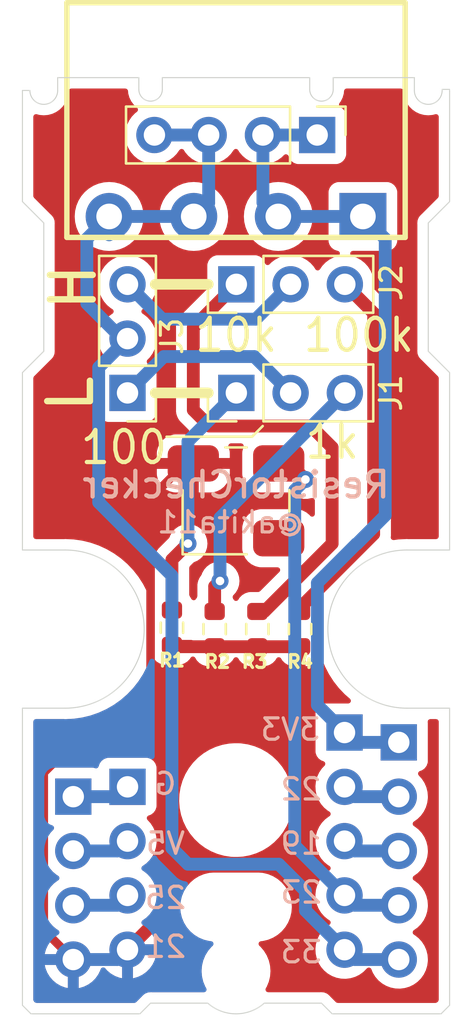
<source format=kicad_pcb>
(kicad_pcb (version 20211014) (generator pcbnew)
  (layers (0 "F.Cu" signal) (31 "B.Cu" signal) (34 "B.Paste" user) (35 "F.Paste" user) (36 "B.SilkS" user "B.Silkscreen") (37 "F.SilkS" user "F.Silkscreen") (38 "B.Mask" user) (39 "F.Mask" user) (44 "Edge.Cuts" user))
  (net 0 "")
  (net 1 "+5V")
  (net 2 "GND")
  (net 3 "Net-(J3-Pad3)")
  (net 4 "Net-(R4-Pad1)")
  (net 5 "+3V3")
  (net 6 "/G33")
  (net 7 "/G22")
  (net 8 "/G19")
  (net 9 "/BZ")
  (net 10 "/G21")
  (net 11 "/G25")
  (net 12 "Net-(J1-Pad1)")
  (net 13 "Net-(J1-Pad2)")
  (net 14 "Net-(J1-Pad3)")
  (net 15 "Net-(J2-Pad1)")
  (footprint "akita:BZ_TSDZ5018" (layer "F.Cu") (at 0 -14 180)
    (fp_text reference "J10" hide)
    (fp_text value "Conn_01x02")
    (fp_line (start 2.5 -2.5) (end 2.5 0.5) (layer "F.SilkS") (width 0.12))
    (fp_line (start 0.5 2.5) (end -0.5 2.5) (layer "F.SilkS") (width 0.12))
    (fp_line (start -0.5 -2.5) (end 2.5 -2.5) (layer "F.SilkS") (width 0.12))
    (fp_line (start -2.5 -0.5) (end -2.5 0.5) (layer "F.SilkS") (width 0.12))
    (pad "1" smd roundrect (at -2 1.75 180) (size 2.4 1.7) (layers "F.Cu" "F.Paste" "F.Mask") (net 9 "/BZ"))
    (pad "2" smd roundrect (at 2 1.75 180) (size 2.4 1.7) (layers "F.Cu" "F.Paste" "F.Mask") (net 2 "GND"))
    (pad "3" smd roundrect (at -2 -1.75 180) (size 2.4 1.7) (layers "F.Cu" "F.Paste" "F.Mask"))
  )
  (footprint "Connector_PinHeader_2.54mm:PinHeader_1x04_P2.54mm_Vertical" (layer "F.Cu") (at -7.62 -0.16)
    (fp_text reference "J7" hide)
    (fp_text value "Conn_01x04" hide)
    (pad "1" thru_hole rect (at 0 0) (size 1.7 1.7) (drill 1) (layers *.Cu *.Mask) (net 10 "/G21"))
    (pad "2" thru_hole oval (at 0 2.54) (size 1.7 1.7) (drill 1) (layers *.Cu *.Mask) (net 11 "/G25"))
    (pad "3" thru_hole oval (at 0 5.08) (size 1.7 1.7) (drill 1) (layers *.Cu *.Mask) (net 1 "+5V"))
    (pad "4" thru_hole oval (at 0 7.62) (size 1.7 1.7) (drill 1) (layers *.Cu *.Mask) (net 2 "GND"))
  )
  (footprint "Resistor_SMD:R_0603_1608Metric" (layer "F.Cu") (at 3 -8 -90)
    (fp_text reference "R4" (at 1.524 0) (layer "F.SilkS") (effects (font (size 0.6 0.6))))
    (fp_text value "100k")
    (fp_line (start -0.237258 -0.5225) (end 0.237258 -0.5225) (layer "F.SilkS") (width 0.12))
    (fp_line (start -0.237258 0.5225) (end 0.237258 0.5225) (layer "F.SilkS") (width 0.12))
    (pad "1" smd roundrect (at -0.825 0 270) (size 0.8 0.95) (layers "F.Cu" "F.Paste" "F.Mask") (net 4 "Net-(R4-Pad1)"))
    (pad "2" smd roundrect (at 0.825 0 270) (size 0.8 0.95) (layers "F.Cu" "F.Paste" "F.Mask") (net 2 "GND"))
  )
  (footprint "MountingHole:MountingHole_2.2mm_M2" (layer "F.Cu") (at 0 5)
    (fp_text reference "REF**" hide)
    (fp_text value "MountingHole_2.2mm_M2" hide)
    (pad "" np_thru_hole oval locked (at 0 0) (size 4.2 2.2) (drill oval 4.2 2.2) (layers F&B.Cu *.Mask))
  )
  (footprint "Connector_PinHeader_2.54mm:PinHeader_1x03_P2.54mm_Vertical" (layer "F.Cu") (at 0.015 -24.13 90)
    (fp_text reference "J2" (at 0.085 7.25 90) (layer "F.SilkS"))
    (fp_text value "Conn_01x03")
    (fp_line (start -1.33 6.41) (end 1.33 6.41) (layer "F.SilkS") (width 0.12))
    (fp_line (start -1.33 -1.33) (end 0 -1.33) (layer "F.SilkS") (width 0.12))
    (fp_line (start 1.33 1.27) (end 1.33 6.41) (layer "F.SilkS") (width 0.12))
    (fp_line (start -1.33 0) (end -1.33 -1.33) (layer "F.SilkS") (width 0.12))
    (fp_line (start -1.33 1.27) (end 1.33 1.27) (layer "F.SilkS") (width 0.12))
    (fp_line (start -1.33 1.27) (end -1.33 6.41) (layer "F.SilkS") (width 0.12))
    (pad "1" thru_hole rect locked (at 0 0 90) (size 1.7 1.7) (drill 1) (layers *.Cu *.Mask) (net 15 "Net-(J2-Pad1)"))
    (pad "2" thru_hole oval locked (at 0 2.54 90) (size 1.7 1.7) (drill 1) (layers *.Cu *.Mask) (net 3 "Net-(J3-Pad3)"))
    (pad "3" thru_hole oval locked (at 0 5.08 90) (size 1.7 1.7) (drill 1) (layers *.Cu *.Mask) (net 4 "Net-(R4-Pad1)"))
  )
  (footprint "Connector_PinHeader_2.54mm:PinHeader_1x05_P2.54mm_Vertical" (layer "F.Cu") (at 7.62 -2.7)
    (fp_text reference "J6" hide)
    (fp_text value "Conn_01x05" hide)
    (pad "1" thru_hole rect (at 0 0) (size 1.7 1.7) (drill 1) (layers *.Cu *.Mask) (net 5 "+3V3"))
    (pad "2" thru_hole oval (at 0 2.54) (size 1.7 1.7) (drill 1) (layers *.Cu *.Mask) (net 7 "/G22"))
    (pad "3" thru_hole oval (at 0 5.08) (size 1.7 1.7) (drill 1) (layers *.Cu *.Mask) (net 8 "/G19"))
    (pad "4" thru_hole oval (at 0 7.62) (size 1.7 1.7) (drill 1) (layers *.Cu *.Mask) (net 9 "/BZ"))
    (pad "5" thru_hole oval (at 0 10.16) (size 1.7 1.7) (drill 1) (layers *.Cu *.Mask) (net 6 "/G33"))
  )
  (footprint "Connector_PinHeader_2.54mm:PinHeader_1x03_P2.54mm_Vertical" (layer "F.Cu") (at -5.08 -19.05 180)
    (fp_text reference "J3" (at -2.08 2.65 90) (layer "F.SilkS"))
    (fp_text value "Conn_01x03")
    (fp_line (start -1.33 1.27) (end -1.33 6.41) (layer "F.SilkS") (width 0.12))
    (fp_line (start 1.33 1.27) (end 1.33 6.41) (layer "F.SilkS") (width 0.12))
    (fp_line (start -1.33 -1.33) (end 0 -1.33) (layer "F.SilkS") (width 0.12))
    (fp_line (start -1.33 0) (end -1.33 -1.33) (layer "F.SilkS") (width 0.12))
    (fp_line (start -1.33 6.41) (end 1.33 6.41) (layer "F.SilkS") (width 0.12))
    (fp_line (start -1.33 1.27) (end 1.33 1.27) (layer "F.SilkS") (width 0.12))
    (pad "1" thru_hole rect locked (at 0 0 180) (size 1.7 1.7) (drill 1) (layers *.Cu *.Mask) (net 13 "Net-(J1-Pad2)"))
    (pad "2" thru_hole oval locked (at 0 2.54 180) (size 1.7 1.7) (drill 1) (layers *.Cu *.Mask) (net 6 "/G33"))
    (pad "3" thru_hole oval locked (at 0 5.08 180) (size 1.7 1.7) (drill 1) (layers *.Cu *.Mask) (net 3 "Net-(J3-Pad3)"))
  )
  (footprint "Connector_PinHeader_2.54mm:PinHeader_1x04_P2.54mm_Vertical" (layer "F.Cu") (at -5.08 -0.62)
    (fp_text reference "J9" hide)
    (fp_text value "Conn_01x04")
    (pad "1" thru_hole rect (at 0 0) (size 1.7 1.7) (drill 1) (layers *.Cu *.Mask) (net 10 "/G21"))
    (pad "2" thru_hole oval (at 0 2.54) (size 1.7 1.7) (drill 1) (layers *.Cu *.Mask) (net 11 "/G25"))
    (pad "3" thru_hole oval (at 0 5.08) (size 1.7 1.7) (drill 1) (layers *.Cu *.Mask) (net 1 "+5V"))
    (pad "4" thru_hole oval (at 0 7.62) (size 1.7 1.7) (drill 1) (layers *.Cu *.Mask) (net 2 "GND"))
  )
  (footprint "Connector_PinHeader_2.54mm:PinHeader_1x04_P2.54mm_Vertical" (layer "F.Cu") (at 3.8 -31.115 -90)
    (fp_text reference "J5" hide)
    (fp_text value "Conn_01x04")
    (fp_line (start 1.33 1.27) (end 1.33 8.95) (layer "F.SilkS") (width 0.12))
    (fp_line (start -1.33 1.27) (end 1.33 1.27) (layer "F.SilkS") (width 0.12))
    (fp_line (start -1.33 8.95) (end 1.33 8.95) (layer "F.SilkS") (width 0.12))
    (fp_line (start -1.33 0) (end -1.33 -1.33) (layer "F.SilkS") (width 0.12))
    (fp_line (start -1.33 1.27) (end -1.33 8.95) (layer "F.SilkS") (width 0.12))
    (fp_line (start -1.33 -1.33) (end 0 -1.33) (layer "F.SilkS") (width 0.12))
    (pad "1" thru_hole rect locked (at 0 0 270) (size 1.7 1.7) (drill 1) (layers *.Cu *.Mask) (net 5 "+3V3"))
    (pad "2" thru_hole oval locked (at 0 2.54 270) (size 1.7 1.7) (drill 1) (layers *.Cu *.Mask) (net 5 "+3V3"))
    (pad "3" thru_hole oval locked (at 0 5.08 270) (size 1.7 1.7) (drill 1) (layers *.Cu *.Mask) (net 6 "/G33"))
    (pad "4" thru_hole oval locked (at 0 7.62 270) (size 1.7 1.7) (drill 1) (layers *.Cu *.Mask) (net 6 "/G33"))
  )
  (footprint "Resistor_SMD:R_0603_1608Metric" (layer "F.Cu") (at -3 -8.065 -90)
    (fp_text reference "R1" (at 1.524 0) (layer "F.SilkS") (effects (font (size 0.6 0.6))))
    (fp_text value "100")
    (fp_line (start -0.237258 -0.5225) (end 0.237258 -0.5225) (layer "F.SilkS") (width 0.12))
    (fp_line (start -0.237258 0.5225) (end 0.237258 0.5225) (layer "F.SilkS") (width 0.12))
    (pad "1" smd roundrect (at -0.825 0 270) (size 0.8 0.95) (layers "F.Cu" "F.Paste" "F.Mask") (net 12 "Net-(J1-Pad1)"))
    (pad "2" smd roundrect (at 0.825 0 270) (size 0.8 0.95) (layers "F.Cu" "F.Paste" "F.Mask") (net 2 "GND"))
  )
  (footprint "MountingHole:MountingHole_2.2mm_M2" (layer "F.Cu") (at 0 8)
    (fp_text reference "REF**" hide)
    (fp_text value "MountingHole_2.2mm_M2" hide)
    (pad "" np_thru_hole circle locked (at 0 0) (size 2.2 2.2) (drill 2.2) (layers *.Cu *.Mask))
  )
  (footprint "akita:CON_HT396R_4P_hole0.8sq" (layer "F.Cu") (at 0 -27.305 180)
    (fp_text reference "J4" hide)
    (fp_text value "Conn_01x04" hide)
    (fp_line (start 7.92 10) (end -7.92 10) (layer "F.SilkS") (width 0.254))
    (fp_line (start 7.92 -0.98) (end 7.92 10) (layer "F.SilkS") (width 0.254))
    (fp_line (start -7.92 10) (end -7.92 -0.98) (layer "F.SilkS") (width 0.254))
    (fp_line (start -7.92 -0.98) (end 7.92 -0.98) (layer "F.SilkS") (width 0.254))
    (pad "1" thru_hole rect (at -5.94 0 180) (size 2.2 2.2) (drill 1.2) (layers *.Cu *.Mask) (net 5 "+3V3"))
    (pad "2" thru_hole circle (at -1.98 0 200) (size 2.2 2.2) (drill 1.2) (layers *.Cu *.Mask) (net 5 "+3V3"))
    (pad "3" thru_hole circle (at 1.98 0 180) (size 2.2 2.2) (drill 1.2) (layers *.Cu *.Mask) (net 6 "/G33"))
    (pad "4" thru_hole circle (at 5.94 0 180) (size 2.2 2.2) (drill 1.2) (layers *.Cu *.Mask) (net 6 "/G33"))
  )
  (footprint "Resistor_SMD:R_0603_1608Metric" (layer "F.Cu") (at -1 -8 -90)
    (fp_text reference "R2" (at 1.524 -0.127) (layer "F.SilkS") (effects (font (size 0.6 0.6))))
    (fp_text value "1k")
    (fp_line (start -0.237258 -0.5225) (end 0.237258 -0.5225) (layer "F.SilkS") (width 0.12))
    (fp_line (start -0.237258 0.5225) (end 0.237258 0.5225) (layer "F.SilkS") (width 0.12))
    (pad "1" smd roundrect (at -0.825 0 270) (size 0.8 0.95) (layers "F.Cu" "F.Paste" "F.Mask") (net 14 "Net-(J1-Pad3)"))
    (pad "2" smd roundrect (at 0.825 0 270) (size 0.8 0.95) (layers "F.Cu" "F.Paste" "F.Mask") (net 2 "GND"))
  )
  (footprint "Connector_PinHeader_2.54mm:PinHeader_1x03_P2.54mm_Vertical" (layer "F.Cu") (at 0.015 -19.05 90)
    (fp_text reference "J1" (at 0 7.235 90) (layer "F.SilkS"))
    (fp_text value "Conn_01x03")
    (fp_line (start -1.33 6.41) (end 1.33 6.41) (layer "F.SilkS") (width 0.12))
    (fp_line (start -1.33 1.27) (end 1.33 1.27) (layer "F.SilkS") (width 0.12))
    (fp_line (start -1.33 0) (end -1.33 -1.33) (layer "F.SilkS") (width 0.12))
    (fp_line (start -1.33 1.27) (end -1.33 6.41) (layer "F.SilkS") (width 0.12))
    (fp_line (start -1.33 -1.33) (end 0 -1.33) (layer "F.SilkS") (width 0.12))
    (fp_line (start 1.33 1.27) (end 1.33 6.41) (layer "F.SilkS") (width 0.12))
    (pad "1" thru_hole rect locked (at 0 0 90) (size 1.7 1.7) (drill 1) (layers *.Cu *.Mask) (net 12 "Net-(J1-Pad1)"))
    (pad "2" thru_hole oval locked (at 0 2.54 90) (size 1.7 1.7) (drill 1) (layers *.Cu *.Mask) (net 13 "Net-(J1-Pad2)"))
    (pad "3" thru_hole oval locked (at 0 5.08 90) (size 1.7 1.7) (drill 1) (layers *.Cu *.Mask) (net 14 "Net-(J1-Pad3)"))
  )
  (footprint "MountingHole:MountingHole_4.3mm_M4" (layer "F.Cu") (at 0 0)
    (fp_text reference "REF**" hide)
    (fp_text value "MountingHole_4.3mm_M4" hide)
    (pad "" np_thru_hole circle locked (at 0 0) (size 4.3 4.3) (drill 4.3) (layers *.Cu *.Mask))
  )
  (footprint "Resistor_SMD:R_0603_1608Metric" (layer "F.Cu") (at 1 -8 -90)
    (fp_text reference "R3" (at 1.524 0.127) (layer "F.SilkS") (effects (font (size 0.6 0.6))))
    (fp_text value "10k")
    (fp_line (start -0.237258 -0.5225) (end 0.237258 -0.5225) (layer "F.SilkS") (width 0.12))
    (fp_line (start -0.237258 0.5225) (end 0.237258 0.5225) (layer "F.SilkS") (width 0.12))
    (pad "1" smd roundrect (at -0.825 0 270) (size 0.8 0.95) (layers "F.Cu" "F.Paste" "F.Mask") (net 15 "Net-(J2-Pad1)"))
    (pad "2" smd roundrect (at 0.825 0 270) (size 0.8 0.95) (layers "F.Cu" "F.Paste" "F.Mask") (net 2 "GND"))
  )
  (footprint "Connector_PinHeader_2.54mm:PinHeader_1x05_P2.54mm_Vertical" (layer "F.Cu") (at 5.08 -3.16)
    (fp_text reference "J8" hide)
    (fp_text value "Conn_01x05")
    (pad "1" thru_hole rect (at 0 0) (size 1.7 1.7) (drill 1) (layers *.Cu *.Mask) (net 5 "+3V3"))
    (pad "2" thru_hole oval (at 0 2.54) (size 1.7 1.7) (drill 1) (layers *.Cu *.Mask) (net 7 "/G22"))
    (pad "3" thru_hole oval (at 0 5.08) (size 1.7 1.7) (drill 1) (layers *.Cu *.Mask) (net 8 "/G19"))
    (pad "4" thru_hole oval (at 0 7.62) (size 1.7 1.7) (drill 1) (layers *.Cu *.Mask) (net 9 "/BZ"))
    (pad "5" thru_hole oval (at 0 10.16) (size 1.7 1.7) (drill 1) (layers *.Cu *.Mask) (net 6 "/G33"))
  )
  (gr_line (start -1.3 -24.13) (end -3.78 -24.13) (layer "F.SilkS") (width 0.5))
  (gr_line (start -3.25 -17) (end 0.75 -17) (layer "F.SilkS") (width 0.12))
  (gr_line (start 0.75 -17) (end 1.25 -17.5) (layer "F.SilkS") (width 0.12))
  (gr_line (start -1.3 -19.05) (end -3.78 -19.05) (layer "F.SilkS") (width 0.5))
  (gr_line (start 4.5 10) (end 4 9.5) (layer "Edge.Cuts") (width 0.05))
  (gr_line (start -3.45 -33.8) (end 3.45 -33.8) (layer "Edge.Cuts") (width 0.05))
  (gr_arc (start -3.45 -33.25) (mid -4 -32.7) (end -4.55 -33.25) (layer "Edge.Cuts") (width 0.05))
  (gr_line (start 10 -4.3) (end 10 9.6) (layer "Edge.Cuts") (width 0.05))
  (gr_line (start 10 -20) (end 9 -21) (layer "Edge.Cuts") (width 0.05))
  (gr_line (start -10 -20) (end -10 -11.7) (layer "Edge.Cuts") (width 0.05))
  (gr_line (start -10 -4.3) (end -8 -4.3) (layer "Edge.Cuts") (width 0.05))
  (gr_line (start -4.55 -33.25) (end -4.55 -33.8) (layer "Edge.Cuts") (width 0.05))
  (gr_line (start -10 -33.2) (end -9.65 -33.2) (layer "Edge.Cuts") (width 0.05))
  (gr_line (start 4 9.5) (end 1.323 9.5) (layer "Edge.Cuts") (width 0.05))
  (gr_arc (start 8 -4.3) (mid 4.3 -8) (end 8 -11.7) (layer "Edge.Cuts") (width 0.05))
  (gr_line (start 4.55 -33.25) (end 4.55 -33.8) (layer "Edge.Cuts") (width 0.05))
  (gr_line (start 4.55 -33.8) (end 8.35 -33.8) (layer "Edge.Cuts") (width 0.05))
  (gr_line (start 3.45 -33.25) (end 3.45 -33.8) (layer "Edge.Cuts") (width 0.05))
  (gr_arc (start 9.65 -33.2) (mid 9 -32.55) (end 8.35 -33.2) (layer "Edge.Cuts") (width 0.05))
  (gr_line (start -10 -11.7) (end -8 -11.7) (layer "Edge.Cuts") (width 0.05))
  (gr_line (start -10 9.6) (end -10 -4.3) (layer "Edge.Cuts") (width 0.05))
  (gr_line (start 10 -28) (end 9 -27) (layer "Edge.Cuts") (width 0.05))
  (gr_line (start -10 9.6) (end -9.6 10) (layer "Edge.Cuts") (width 0.05))
  (gr_arc (start -8.35 -33.2) (mid -9 -32.55) (end -9.65 -33.2) (layer "Edge.Cuts") (width 0.05))
  (gr_line (start 8 -4.3) (end 10 -4.3) (layer "Edge.Cuts") (width 0.05))
  (gr_arc (start -8 -11.7) (mid -4.3 -8) (end -8 -4.3) (layer "Edge.Cuts") (width 0.05))
  (gr_line (start -10 -20) (end -9 -21) (layer "Edge.Cuts") (width 0.05))
  (gr_line (start -8.35 -33.8) (end -4.55 -33.8) (layer "Edge.Cuts") (width 0.05))
  (gr_arc (start 1.323 9.5) (mid 0 10.000082) (end -1.323 9.5) (layer "Edge.Cuts") (width 0.05))
  (gr_line (start -4.5 10) (end -4 9.5) (layer "Edge.Cuts") (width 0.05))
  (gr_line (start -9 -21) (end -9 -27) (layer "Edge.Cuts") (width 0.05))
  (gr_line (start 9 -21) (end 9 -27) (layer "Edge.Cuts") (width 0.05))
  (gr_line (start -10 -33.2) (end -10 -28) (layer "Edge.Cuts") (width 0.05))
  (gr_line (start 8.35 -33.2) (end 8.35 -33.8) (layer "Edge.Cuts") (width 0.05))
  (gr_line (start 10 -33.2) (end 10 -28) (layer "Edge.Cuts") (width 0.05))
  (gr_line (start 10 -11.7) (end 8 -11.7) (layer "Edge.Cuts") (width 0.05))
  (gr_line (start -3.45 -33.25) (end -3.45 -33.8) (layer "Edge.Cuts") (width 0.05))
  (gr_line (start -2 5) (end 2 5) (layer "Edge.Cuts") (width 0.05))
  (gr_line (start 9.65 -33.25) (end 10 -33.25) (layer "Edge.Cuts") (width 0.05))
  (gr_line (start -10 -28) (end -9 -27) (layer "Edge.Cuts") (width 0.05))
  (gr_line (start 9.6 10) (end 4.5 10) (layer "Edge.Cuts") (width 0.05))
  (gr_line (start -4 9.5) (end -1.323 9.5) (layer "Edge.Cuts") (width 0.05))
  (gr_line (start -4.5 10) (end -9.6 10) (layer "Edge.Cuts") (width 0.05))
  (gr_line (start 10 9.6) (end 9.6 10) (layer "Edge.Cuts") (width 0.05))
  (gr_line (start -8.35 -33.2) (end -8.35 -33.8) (layer "Edge.Cuts") (width 0.05))
  (gr_line (start 10 -20) (end 10 -11.7) (layer "Edge.Cuts") (width 0.05))
  (gr_arc (start 4.55 -33.25) (mid 4 -32.7) (end 3.45 -33.25) (layer "Edge.Cuts") (width 0.05))
  (gr_text "19" (at 3.048 2.032) (layer "B.SilkS") (effects (font (size 1 1)) (justify mirror)))
  (gr_text "ResistorChecker" (at 0 -14.75) (layer "B.SilkS") (effects (font (size 1.2 1.2) (thickness 0.2)) (justify mirror)))
  (gr_text "33" (at 3.048 7.112) (layer "B.SilkS") (effects (font (size 1 1)) (justify mirror)))
  (gr_text "25" (at -3.302 4.572) (layer "B.SilkS") (effects (font (size 1 1)) (justify mirror)))
  (gr_text "21" (at -3.302 6.858) (layer "B.SilkS") (effects (font (size 1 1)) (justify mirror)))
  (gr_text "@akita11" (at -0.25 -13) (layer "B.SilkS") (effects (font (size 1 1)) (justify mirror)))
  (gr_text "22" (at 3.048 -0.508) (layer "B.SilkS") (effects (font (size 1 1)) (justify mirror)))
  (gr_text "V5" (at -3.302 2.032) (layer "B.SilkS") (effects (font (size 1 1)) (justify mirror)))
  (gr_text "23\n" (at 3.048 4.318) (layer "B.SilkS") (effects (font (size 1 1)) (justify mirror)))
  (gr_text "G" (at -3.302 -0.762) (layer "B.SilkS") (effects (font (size 1 1)) (justify mirror)))
  (gr_text "3V3" (at 2.54 -3.302) (layer "B.SilkS") (effects (font (size 1 1)) (justify mirror)))
  (gr_text "1k" (at 4.5 -16.75) (layer "F.SilkS") (effects (font (size 1.5 1.4) (thickness 0.2))))
  (gr_text "H" (at -7.62 -24 90) (layer "F.SilkS") (effects (font (size 2 2) (thickness 0.3))))
  (gr_text "100k" (at 5.75 -21.75) (layer "F.SilkS") (effects (font (size 1.5 1.4) (thickness 0.2))))
  (gr_text "10k" (at 0 -21.75) (layer "F.SilkS") (effects (font (size 1.5 1.4) (thickness 0.2))))
  (gr_text "100" (at -5.25 -16.5) (layer "F.SilkS") (effects (font (size 1.5 1.4) (thickness 0.2))))
  (gr_text "L" (at -7.75 -19 90) (layer "F.SilkS") (effects (font (size 2 2) (thickness 0.3))))
  (segment (start -7.62 4.92) (end -5.555 4.92) (width 0.6) (layer "B.Cu") (net 1))
  (segment (start -5.555 4.92) (end -5.08 4.445) (width 0.6) (layer "B.Cu") (net 1))
  (segment (start -7.28 -3) (end -9 -1.28) (width 0.4) (layer "F.Cu") (net 2))
  (segment (start -9 6.08) (end -7.62 7.46) (width 0.4) (layer "F.Cu") (net 2))
  (segment (start -2.375 -15.75) (end -4 -14.125) (width 0.4) (layer "F.Cu") (net 2))
  (segment (start -3 -7.24) (end -3 4.92) (width 0.6) (layer "F.Cu") (net 2))
  (segment (start -3 4.92) (end -5.08 7) (width 0.6) (layer "F.Cu") (net 2))
  (segment (start -2 -15.75) (end -2.375 -15.75) (width 0.4) (layer "F.Cu") (net 2))
  (segment (start -4 -14.125) (end -4 -4.75) (width 0.4) (layer "F.Cu") (net 2))
  (segment (start 3 -7.175) (end -2.935 -7.175) (width 0.6) (layer "F.Cu") (net 2))
  (segment (start -4 -4.75) (end -5.75 -3) (width 0.4) (layer "F.Cu") (net 2))
  (segment (start -2.935 -7.175) (end -3 -7.24) (width 0.6) (layer "F.Cu") (net 2))
  (segment (start -9 -1.28) (end -9 6.08) (width 0.4) (layer "F.Cu") (net 2))
  (segment (start -5.75 -3) (end -7.28 -3) (width 0.4) (layer "F.Cu") (net 2))
  (segment (start -5.555 7.46) (end -5.08 6.985) (width 0.6) (layer "B.Cu") (net 2))
  (segment (start -7.62 7.46) (end -5.555 7.46) (width 0.6) (layer "B.Cu") (net 2))
  (segment (start -5.08 -24.13) (end -3.45 -22.5) (width 0.6) (layer "B.Cu") (net 3))
  (segment (start 0.925 -22.5) (end 2.555 -24.13) (width 0.6) (layer "B.Cu") (net 3))
  (segment (start -3.45 -22.5) (end 0.925 -22.5) (width 0.6) (layer "B.Cu") (net 3))
  (segment (start 6.444511 -22.780489) (end 5.095 -24.13) (width 0.6) (layer "F.Cu") (net 4))
  (segment (start 3 -8.825) (end 3 -9) (width 0.6) (layer "F.Cu") (net 4))
  (segment (start 6.444511 -12.444511) (end 6.444511 -22.780489) (width 0.6) (layer "F.Cu") (net 4))
  (segment (start 3 -9) (end 6.444511 -12.444511) (width 0.6) (layer "F.Cu") (net 4))
  (segment (start 5.653987 -11.985489) (end 6.985 -13.316502) (width 0.6) (layer "B.Cu") (net 5))
  (segment (start 3.81 -4.445) (end 3.81 -10.16) (width 0.6) (layer "B.Cu") (net 5))
  (segment (start 3.8 -31.115) (end 1.27 -31.115) (width 0.6) (layer "B.Cu") (net 5))
  (segment (start 5.94 -27.305) (end 1.905 -27.305) (width 0.6) (layer "B.Cu") (net 5))
  (segment (start 1.26 -31.115) (end 1.26 -27.95) (width 0.6) (layer "B.Cu") (net 5))
  (segment (start 6.985 -13.316502) (end 6.985 -26.26) (width 0.6) (layer "B.Cu") (net 5))
  (segment (start 7.62 -2.7) (end 5.555 -2.7) (width 0.6) (layer "B.Cu") (net 5))
  (segment (start 5.555 -2.7) (end 3.81 -4.445) (width 0.6) (layer "B.Cu") (net 5))
  (segment (start 6.985 -26.26) (end 5.94 -27.305) (width 0.6) (layer "B.Cu") (net 5))
  (segment (start 3.81 -10.16) (end 5.635489 -11.985489) (width 0.6) (layer "B.Cu") (net 5))
  (segment (start 1.26 -27.95) (end 1.905 -27.305) (width 0.6) (layer "B.Cu") (net 5))
  (segment (start 5.635489 -11.985489) (end 5.653987 -11.985489) (width 0.6) (layer "B.Cu") (net 5))
  (segment (start -3 -10.5) (end -3 2.25) (width 0.6) (layer "B.Cu") (net 6))
  (segment (start -6.985 -23.235) (end -5.34 -21.59) (width 0.6) (layer "B.Cu") (net 6))
  (segment (start -1.28 -27.93) (end -1.905 -27.305) (width 0.6) (layer "B.Cu") (net 6))
  (segment (start 3.25 4.25) (end 3.25 5.17) (width 0.6) (layer "B.Cu") (net 6))
  (segment (start 3.25 5.17) (end 5.08 7) (width 0.6) (layer "B.Cu") (net 6))
  (segment (start -6.429511 -13.929511) (end -3 -10.5) (width 0.6) (layer "B.Cu") (net 6))
  (segment (start 5.555 7.46) (end 5.08 6.985) (width 0.6) (layer "B.Cu") (net 6))
  (segment (start -3.82 -31.115) (end -1.27 -31.115) (width 0.6) (layer "B.Cu") (net 6))
  (segment (start 7.62 7.46) (end 5.555 7.46) (width 0.6) (layer "B.Cu") (net 6))
  (segment (start -5.34 -21.59) (end -5.08 -21.59) (width 0.6) (layer "B.Cu") (net 6))
  (segment (start -6.429511 -20.240489) (end -6.429511 -13.929511) (width 0.6) (layer "B.Cu") (net 6))
  (segment (start -1.28 -31.115) (end -1.28 -27.93) (width 0.6) (layer "B.Cu") (net 6))
  (segment (start -5.94 -27.305) (end -6.985 -26.26) (width 0.6) (layer "B.Cu") (net 6))
  (segment (start -2.25 3) (end 2 3) (width 0.6) (layer "B.Cu") (net 6))
  (segment (start 2 3) (end 3.25 4.25) (width 0.6) (layer "B.Cu") (net 6))
  (segment (start -6.985 -26.26) (end -6.985 -23.235) (width 0.6) (layer "B.Cu") (net 6))
  (segment (start -5.94 -27.305) (end -1.905 -27.305) (width 0.6) (layer "B.Cu") (net 6))
  (segment (start -3 2.25) (end -2.25 3) (width 0.6) (layer "B.Cu") (net 6))
  (segment (start -5.94 -27.305) (end -5.94 -26.445) (width 0.6) (layer "B.Cu") (net 6))
  (segment (start -5.08 -21.59) (end -6.429511 -20.240489) (width 0.6) (layer "B.Cu") (net 6))
  (segment (start 5.555 -0.16) (end 5.08 -0.635) (width 0.6) (layer "B.Cu") (net 7))
  (segment (start 7.62 -0.16) (end 5.555 -0.16) (width 0.6) (layer "B.Cu") (net 7))
  (segment (start 5.555 2.38) (end 5.08 1.905) (width 0.6) (layer "B.Cu") (net 8))
  (segment (start 7.62 2.38) (end 5.555 2.38) (width 0.6) (layer "B.Cu") (net 8))
  (segment (start 2.5 -15.75) (end 3.25 -15) (width 0.6) (layer "F.Cu") (net 9))
  (segment (start 2 -15.75) (end 2.5 -15.75) (width 0.6) (layer "F.Cu") (net 9))
  (via (at 3.25 -15) (size 0.8) (drill 0.4) (layers "F.Cu" "B.Cu") (net 9))
  (segment (start 5.08 4.46) (end 2.75 2.13) (width 0.6) (layer "B.Cu") (net 9))
  (segment (start 2.75 2.13) (end 2.75 -14.5) (width 0.6) (layer "B.Cu") (net 9))
  (segment (start 7.62 4.92) (end 5.555 4.92) (width 0.6) (layer "B.Cu") (net 9))
  (segment (start 5.555 4.92) (end 5.08 4.445) (width 0.6) (layer "B.Cu") (net 9))
  (segment (start 2.75 -14.5) (end 3.25 -15) (width 0.6) (layer "B.Cu") (net 9))
  (segment (start -7.62 -0.16) (end -5.555 -0.16) (width 0.6) (layer "B.Cu") (net 10))
  (segment (start -5.555 -0.16) (end -5.08 -0.635) (width 0.6) (layer "B.Cu") (net 10))
  (segment (start -5.555 2.38) (end -5.08 1.905) (width 0.6) (layer "B.Cu") (net 11))
  (segment (start -7.62 2.38) (end -5.555 2.38) (width 0.6) (layer "B.Cu") (net 11))
  (segment (start -3 -8.89) (end -3 -11.25) (width 0.6) (layer "F.Cu") (net 12))
  (segment (start -3 -11.25) (end -2.25 -12) (width 0.6) (layer "F.Cu") (net 12))
  (via (at -2.25 -12) (size 0.8) (drill 0.4) (layers "F.Cu" "B.Cu") (net 12))
  (segment (start -2.25 -12) (end -2.25 -16.785) (width 0.6) (layer "B.Cu") (net 12))
  (segment (start -2.25 -16.785) (end 0.015 -19.05) (width 0.6) (layer "B.Cu") (net 12))
  (segment (start 0.855 -20.75) (end 2.555 -19.05) (width 0.6) (layer "B.Cu") (net 13))
  (segment (start -3.38 -20.75) (end 0.855 -20.75) (width 0.6) (layer "B.Cu") (net 13))
  (segment (start -5.08 -19.05) (end -3.38 -20.75) (width 0.6) (layer "B.Cu") (net 13))
  (segment (start -1 -10) (end -0.75 -10.25) (width 0.6) (layer "F.Cu") (net 14))
  (segment (start -1 -8.825) (end -1 -10) (width 0.6) (layer "F.Cu") (net 14))
  (via (at -0.75 -10.25) (size 0.8) (drill 0.4) (layers "F.Cu" "B.Cu") (net 14))
  (segment (start -0.75 -10.25) (end -0.75 -13.205) (width 0.6) (layer "B.Cu") (net 14))
  (segment (start -0.75 -13.205) (end 5.095 -19.05) (width 0.6) (layer "B.Cu") (net 14))
  (segment (start 4.5 -12) (end 4.5 -16.5) (width 0.6) (layer "F.Cu") (net 15))
  (segment (start 3.5 -17.5) (end -1.25 -17.5) (width 0.6) (layer "F.Cu") (net 15))
  (segment (start -1.25 -17.5) (end -2 -18.25) (width 0.6) (layer "F.Cu") (net 15))
  (segment (start -2 -18.25) (end -2 -22.115) (width 0.6) (layer "F.Cu") (net 15))
  (segment (start 1.325 -8.825) (end 4.5 -12) (width 0.6) (layer "F.Cu") (net 15))
  (segment (start 4.5 -16.5) (end 3.5 -17.5) (width 0.6) (layer "F.Cu") (net 15))
  (segment (start 1 -8.825) (end 1.325 -8.825) (width 0.6) (layer "F.Cu") (net 15))
  (segment (start -2 -22.115) (end 0.015 -24.13) (width 0.6) (layer "F.Cu") (net 15))
  (zone (net 2) (net_name "GND") (layers F&B.Cu) (connect_pads (clearance 0.508)) (min_thickness 0.254) (fill yes (thermal_gap 0.508) (thermal_bridge_width 0.508))
    (polygon (pts (xy 10 10) (xy -10 10) (xy -10 -34) (xy 10 -34)))
  )
)
</source>
